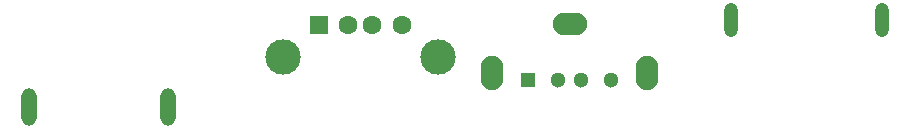
<source format=gbr>
%TF.GenerationSoftware,KiCad,Pcbnew,8.0.3*%
%TF.CreationDate,2024-09-04T14:48:35-07:00*%
%TF.ProjectId,Calculator,43616c63-756c-4617-946f-722e6b696361,rev?*%
%TF.SameCoordinates,Original*%
%TF.FileFunction,Copper,L2,Bot*%
%TF.FilePolarity,Positive*%
%FSLAX46Y46*%
G04 Gerber Fmt 4.6, Leading zero omitted, Abs format (unit mm)*
G04 Created by KiCad (PCBNEW 8.0.3) date 2024-09-04 14:48:35*
%MOMM*%
%LPD*%
G01*
G04 APERTURE LIST*
%TA.AperFunction,ComponentPad*%
%ADD10R,1.600000X1.600000*%
%TD*%
%TA.AperFunction,ComponentPad*%
%ADD11C,1.600000*%
%TD*%
%TA.AperFunction,ComponentPad*%
%ADD12C,3.000000*%
%TD*%
%TA.AperFunction,ComponentPad*%
%ADD13R,1.300000X1.300000*%
%TD*%
%TA.AperFunction,ComponentPad*%
%ADD14C,1.300000*%
%TD*%
%TA.AperFunction,ComponentPad*%
%ADD15O,1.900000X2.900000*%
%TD*%
%TA.AperFunction,ComponentPad*%
%ADD16O,2.900000X1.900000*%
%TD*%
%TA.AperFunction,ComponentPad*%
%ADD17O,1.300000X3.200000*%
%TD*%
%TA.AperFunction,ComponentPad*%
%ADD18O,1.200000X2.900000*%
%TD*%
G04 APERTURE END LIST*
D10*
%TO.P,R1,1*%
%TO.N,Net-(U1-RUN)*%
X67243000Y-96534000D03*
D11*
%TO.P,R1,2*%
%TO.N,unconnected-(R1-Pad2)*%
X69743000Y-96534000D03*
%TO.P,R1,3*%
%TO.N,N/C*%
X71743000Y-96534000D03*
%TO.P,R1,4*%
X74243000Y-96534000D03*
D12*
%TO.P,R1,5*%
X64173000Y-99244000D03*
X77313000Y-99244000D03*
%TD*%
D13*
%TO.P,R2,1*%
%TO.N,XIN*%
X84963000Y-101254000D03*
D14*
%TO.P,R2,2*%
%TO.N,XOUT*%
X87463000Y-101254000D03*
%TO.P,R2,3*%
%TO.N,N/C*%
X89463000Y-101254000D03*
%TO.P,R2,4*%
X91963000Y-101254000D03*
D15*
%TO.P,R2,5*%
X81893000Y-100654000D03*
D16*
X88463000Y-96474000D03*
D15*
X95033000Y-100654000D03*
%TD*%
D17*
%TO.P,R3,5*%
%TO.N,N/C*%
X42728000Y-103513000D03*
X54428000Y-103513000D03*
%TD*%
D18*
%TO.P,J1,5,Shield*%
%TO.N,GND*%
X114921999Y-96148000D03*
X102122001Y-96148000D03*
%TD*%
M02*

</source>
